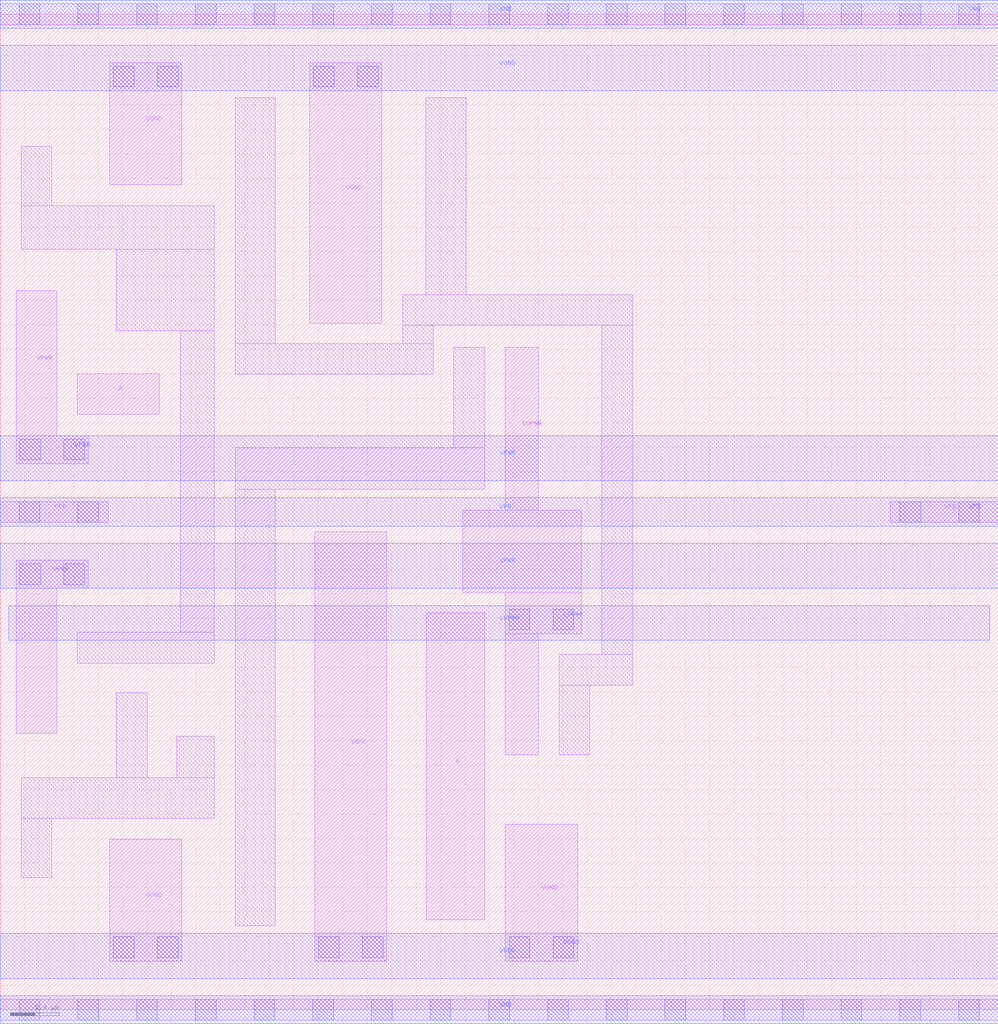
<source format=lef>
# Copyright 2020 The SkyWater PDK Authors
#
# Licensed under the Apache License, Version 2.0 (the "License");
# you may not use this file except in compliance with the License.
# You may obtain a copy of the License at
#
#     https://www.apache.org/licenses/LICENSE-2.0
#
# Unless required by applicable law or agreed to in writing, software
# distributed under the License is distributed on an "AS IS" BASIS,
# WITHOUT WARRANTIES OR CONDITIONS OF ANY KIND, either express or implied.
# See the License for the specific language governing permissions and
# limitations under the License.
#
# SPDX-License-Identifier: Apache-2.0

VERSION 5.5 ;
NAMESCASESENSITIVE ON ;
BUSBITCHARS "[]" ;
DIVIDERCHAR "/" ;
SITE unithvdbl
    SYMMETRY y  ;
    CLASS CORE  ;
    SIZE  0.480 BY 8.140 ;
END unithvdbl
MACRO sky130_fd_sc_hvl__lsbufhv2lv_1
  CLASS CORE ;
  SOURCE USER ;
  ORIGIN  0.000000  0.000000 ;
  SIZE  8.160000 BY  8.140000 ;
  SYMMETRY X Y ;
  SITE unithvdbl ;
  PIN A
    ANTENNAGATEAREA  0.420000 ;
    DIRECTION INPUT ;
    USE SIGNAL ;
    PORT
      LAYER li1 ;
        RECT 0.630000 4.870000 1.300000 5.200000 ;
    END
  END A
  PIN X
    ANTENNADIFFAREA  0.492900 ;
    DIRECTION OUTPUT ;
    USE SIGNAL ;
    PORT
      LAYER li1 ;
        RECT 3.485000 0.735000 3.960000 3.245000 ;
    END
  END X
  PIN LVPWR
    DIRECTION INOUT ;
    USE POWER ;
    PORT
      LAYER li1 ;
        RECT 3.780000 3.415000 4.750000 4.085000 ;
        RECT 4.130000 2.085000 4.400000 3.075000 ;
        RECT 4.130000 3.075000 4.750000 3.415000 ;
        RECT 4.130000 4.085000 4.400000 5.415000 ;
    END
    PORT
      LAYER mcon ;
        RECT 4.160000 3.105000 4.330000 3.275000 ;
        RECT 4.520000 3.105000 4.690000 3.275000 ;
    END
    PORT
      LAYER met1 ;
        RECT 0.070000 3.020000 8.090000 3.305000 ;
    END
  END LVPWR
  PIN VGND
    DIRECTION INOUT ;
    USE GROUND ;
    PORT
      LAYER li1 ;
        RECT 0.895000 0.395000 1.485000 1.395000 ;
    END
    PORT
      LAYER li1 ;
        RECT 0.895000 6.745000 1.485000 7.745000 ;
    END
    PORT
      LAYER li1 ;
        RECT 2.530000 5.615000 3.120000 7.745000 ;
    END
    PORT
      LAYER li1 ;
        RECT 2.570000 0.395000 3.160000 3.910000 ;
    END
    PORT
      LAYER li1 ;
        RECT 4.130000 0.395000 4.720000 1.515000 ;
    END
    PORT
      LAYER mcon ;
        RECT 0.925000 0.425000 1.095000 0.595000 ;
        RECT 0.925000 7.545000 1.095000 7.715000 ;
        RECT 1.285000 0.425000 1.455000 0.595000 ;
        RECT 1.285000 7.545000 1.455000 7.715000 ;
        RECT 2.560000 7.545000 2.730000 7.715000 ;
        RECT 2.600000 0.425000 2.770000 0.595000 ;
        RECT 2.920000 7.545000 3.090000 7.715000 ;
        RECT 2.960000 0.425000 3.130000 0.595000 ;
        RECT 4.160000 0.425000 4.330000 0.595000 ;
        RECT 4.520000 0.425000 4.690000 0.595000 ;
    END
    PORT
      LAYER met1 ;
        RECT 0.000000 0.255000 8.160000 0.625000 ;
    END
    PORT
      LAYER met1 ;
        RECT 0.000000 7.515000 8.160000 7.885000 ;
    END
  END VGND
  PIN VNB
    DIRECTION INOUT ;
    USE GROUND ;
    PORT
      LAYER li1 ;
        RECT 0.000000 -0.085000 8.160000 0.085000 ;
    END
    PORT
      LAYER li1 ;
        RECT 0.000000 8.055000 8.160000 8.225000 ;
    END
    PORT
      LAYER mcon ;
        RECT 0.155000 -0.085000 0.325000 0.085000 ;
        RECT 0.155000  8.055000 0.325000 8.225000 ;
        RECT 0.635000 -0.085000 0.805000 0.085000 ;
        RECT 0.635000  8.055000 0.805000 8.225000 ;
        RECT 1.115000 -0.085000 1.285000 0.085000 ;
        RECT 1.115000  8.055000 1.285000 8.225000 ;
        RECT 1.595000 -0.085000 1.765000 0.085000 ;
        RECT 1.595000  8.055000 1.765000 8.225000 ;
        RECT 2.075000 -0.085000 2.245000 0.085000 ;
        RECT 2.075000  8.055000 2.245000 8.225000 ;
        RECT 2.555000 -0.085000 2.725000 0.085000 ;
        RECT 2.555000  8.055000 2.725000 8.225000 ;
        RECT 3.035000 -0.085000 3.205000 0.085000 ;
        RECT 3.035000  8.055000 3.205000 8.225000 ;
        RECT 3.515000 -0.085000 3.685000 0.085000 ;
        RECT 3.515000  8.055000 3.685000 8.225000 ;
        RECT 3.995000 -0.085000 4.165000 0.085000 ;
        RECT 3.995000  8.055000 4.165000 8.225000 ;
        RECT 4.475000 -0.085000 4.645000 0.085000 ;
        RECT 4.475000  8.055000 4.645000 8.225000 ;
        RECT 4.955000 -0.085000 5.125000 0.085000 ;
        RECT 4.955000  8.055000 5.125000 8.225000 ;
        RECT 5.435000 -0.085000 5.605000 0.085000 ;
        RECT 5.435000  8.055000 5.605000 8.225000 ;
        RECT 5.915000 -0.085000 6.085000 0.085000 ;
        RECT 5.915000  8.055000 6.085000 8.225000 ;
        RECT 6.395000 -0.085000 6.565000 0.085000 ;
        RECT 6.395000  8.055000 6.565000 8.225000 ;
        RECT 6.875000 -0.085000 7.045000 0.085000 ;
        RECT 6.875000  8.055000 7.045000 8.225000 ;
        RECT 7.355000 -0.085000 7.525000 0.085000 ;
        RECT 7.355000  8.055000 7.525000 8.225000 ;
        RECT 7.835000 -0.085000 8.005000 0.085000 ;
        RECT 7.835000  8.055000 8.005000 8.225000 ;
    END
    PORT
      LAYER met1 ;
        RECT 0.000000 -0.115000 8.160000 0.115000 ;
    END
    PORT
      LAYER met1 ;
        RECT 0.000000 8.025000 8.160000 8.255000 ;
    END
  END VNB
  PIN VPB
    DIRECTION INOUT ;
    USE POWER ;
    PORT
      LAYER li1 ;
        RECT 0.000000 3.985000 0.885000 4.155000 ;
    END
    PORT
      LAYER li1 ;
        RECT 7.275000 3.985000 8.160000 4.155000 ;
    END
    PORT
      LAYER mcon ;
        RECT 0.155000 3.985000 0.325000 4.155000 ;
        RECT 0.635000 3.985000 0.805000 4.155000 ;
        RECT 7.355000 3.985000 7.525000 4.155000 ;
        RECT 7.835000 3.985000 8.005000 4.155000 ;
    END
    PORT
      LAYER met1 ;
        RECT 0.000000 3.955000 8.160000 4.185000 ;
    END
  END VPB
  PIN VPWR
    DIRECTION INOUT ;
    USE POWER ;
    PORT
      LAYER li1 ;
        RECT 0.130000 2.260000 0.460000 3.445000 ;
        RECT 0.130000 3.445000 0.720000 3.675000 ;
    END
    PORT
      LAYER li1 ;
        RECT 0.130000 4.465000 0.720000 4.695000 ;
        RECT 0.130000 4.695000 0.460000 5.880000 ;
    END
    PORT
      LAYER mcon ;
        RECT 0.160000 3.475000 0.330000 3.645000 ;
        RECT 0.160000 4.495000 0.330000 4.665000 ;
        RECT 0.520000 3.475000 0.690000 3.645000 ;
        RECT 0.520000 4.495000 0.690000 4.665000 ;
    END
    PORT
      LAYER met1 ;
        RECT 0.000000 3.445000 8.160000 3.815000 ;
    END
    PORT
      LAYER met1 ;
        RECT 0.000000 4.325000 8.160000 4.695000 ;
    END
  END VPWR
  OBS
    LAYER li1 ;
      RECT 0.170000 1.080000 0.420000 1.565000 ;
      RECT 0.170000 1.565000 1.750000 1.895000 ;
      RECT 0.170000 6.220000 1.750000 6.575000 ;
      RECT 0.170000 6.575000 0.420000 7.060000 ;
      RECT 0.630000 2.835000 1.750000 3.085000 ;
      RECT 0.950000 1.895000 1.200000 2.590000 ;
      RECT 0.950000 5.550000 1.750000 6.220000 ;
      RECT 1.445000 1.895000 1.750000 2.235000 ;
      RECT 1.470000 3.085000 1.750000 5.550000 ;
      RECT 1.920000 0.685000 2.250000 4.255000 ;
      RECT 1.920000 4.255000 3.960000 4.595000 ;
      RECT 1.920000 5.195000 3.540000 5.445000 ;
      RECT 1.920000 5.445000 2.250000 7.455000 ;
      RECT 3.290000 5.445000 3.540000 5.595000 ;
      RECT 3.290000 5.595000 5.170000 5.845000 ;
      RECT 3.480000 5.845000 3.810000 7.455000 ;
      RECT 3.710000 4.595000 3.960000 5.415000 ;
      RECT 4.570000 2.085000 4.820000 2.655000 ;
      RECT 4.570000 2.655000 5.170000 2.905000 ;
      RECT 4.920000 2.905000 5.170000 5.595000 ;
  END
END sky130_fd_sc_hvl__lsbufhv2lv_1
END LIBRARY

</source>
